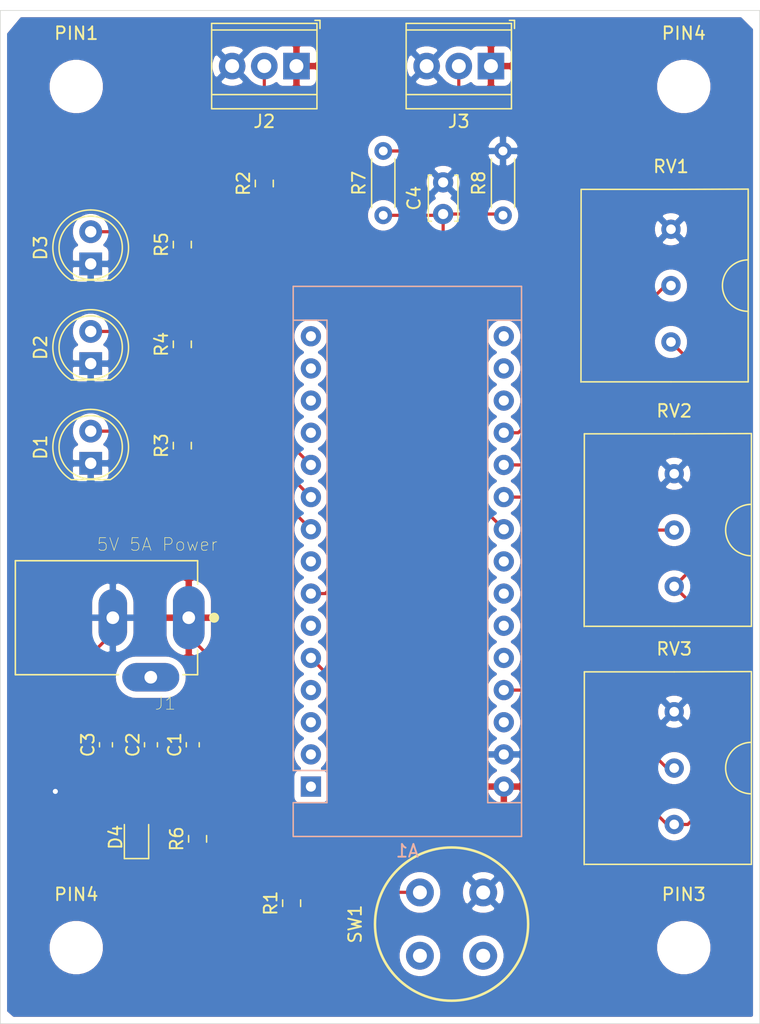
<source format=kicad_pcb>
(kicad_pcb (version 20171130) (host pcbnew "(5.1.5)-3")
  (layers (0 F.Cu signal) (31 B.Cu signal) (34 B.Paste user) (35 F.Paste user) (36 B.SilkS user) (37 F.SilkS user) (38 B.Mask user) (39 F.Mask user) (44 Edge.Cuts user))
  (net 0 "")
  (net 1 "Net-(A1-Pad1)")
  (net 2 "Net-(A1-Pad17)")
  (net 3 "Net-(A1-Pad2)")
  (net 4 "Net-(A1-Pad18)")
  (net 5 "Net-(A1-Pad3)")
  (net 6 "Net-(A1-Pad19)")
  (net 7 "Net-(A1-Pad4)")
  (net 8 "Net-(A1-Pad20)")
  (net 9 "Net-(A1-Pad5)")
  (net 10 "Net-(A1-Pad21)")
  (net 11 "Net-(A1-Pad6)")
  (net 12 "Net-(A1-Pad7)")
  (net 13 "Net-(A1-Pad23)")
  (net 14 "Net-(A1-Pad8)")
  (net 15 "Net-(A1-Pad24)")
  (net 16 "Net-(A1-Pad9)")
  (net 17 "Net-(A1-Pad25)")
  (net 18 "Net-(A1-Pad10)")
  (net 19 "Net-(A1-Pad26)")
  (net 20 "Net-(A1-Pad11)")
  (net 21 "Net-(A1-Pad27)")
  (net 22 "Net-(A1-Pad12)")
  (net 23 "Net-(A1-Pad28)")
  (net 24 "Net-(A1-Pad13)")
  (net 25 GND)
  (net 26 "Net-(A1-Pad14)")
  (net 27 VCC)
  (net 28 "Net-(A1-Pad15)")
  (net 29 "Net-(A1-Pad16)")
  (net 30 A3)
  (net 31 "Net-(D1-Pad2)")
  (net 32 "Net-(D2-Pad2)")
  (net 33 "Net-(D3-Pad2)")
  (net 34 "Net-(D4-Pad2)")
  (net 35 "Net-(J1-Pad3)")
  (net 36 /DATA_IN)
  (net 37 /SS_DATA_OUT)
  (net 38 "Net-(SW1-Pad3)")
  (net 39 "Net-(SW1-Pad4)")
  (module Resistor_THT:R_Axial_DIN0204_L3.6mm_D1.6mm_P5.08mm_Horizontal (layer F.Cu) (at 144.7165 76.173 90)
    (fp_text reference R8 (at 2.54 -1.92 90) (layer F.SilkS))
    (fp_text value 10k)
    (fp_line (start 0.62 0.92) (end 4.46 0.92) (layer F.SilkS) (width 0.12))
    (fp_line (start 0.62 -0.92) (end 4.46 -0.92) (layer F.SilkS) (width 0.12))
    (pad 2 thru_hole oval (at 5.08 0 90) (size 1.4 1.4) (drill 0.7) (layers *.Cu *.Mask) (net 25 GND))
    (pad 1 thru_hole circle (at 0 0 90) (size 1.4 1.4) (drill 0.7) (layers *.Cu *.Mask) (net 30 A3))
  )
  (module TerminalBlock_TE-Connectivity:TerminalBlock_TE_282834-3_1x03_P2.54mm_Horizontal (layer F.Cu) (at 143.764 64.389 180)
    (fp_text reference J3 (at 2.54 -4.37) (layer F.SilkS))
    (fp_text value "Sound Sensor")
    (fp_line (start -1.86 3.61) (end -1.46 3.61) (layer F.SilkS) (width 0.12))
    (fp_line (start -1.86 2.97) (end -1.86 3.61) (layer F.SilkS) (width 0.12))
    (fp_line (start 6.7 -3.37) (end 6.7 3.37) (layer F.SilkS) (width 0.12))
    (fp_line (start -1.62 -3.37) (end -1.62 3.37) (layer F.SilkS) (width 0.12))
    (fp_line (start -1.62 3.37) (end 6.7 3.37) (layer F.SilkS) (width 0.12))
    (fp_line (start -1.62 -3.37) (end 6.7 -3.37) (layer F.SilkS) (width 0.12))
    (fp_line (start -1.62 -2.25) (end 6.7 -2.25) (layer F.SilkS) (width 0.12))
    (fp_line (start -1.62 2.85) (end 6.7 2.85) (layer F.SilkS) (width 0.12))
    (pad 3 thru_hole circle (at 5.08 0 180) (size 2.1 2.1) (drill 1.1) (layers *.Cu *.Mask) (net 25 GND))
    (pad 2 thru_hole circle (at 2.54 0 180) (size 2.1 2.1) (drill 1.1) (layers *.Cu *.Mask) (net 37 /SS_DATA_OUT))
    (pad 1 thru_hole rect (at 0 0 180) (size 2.1 2.1) (drill 1.1) (layers *.Cu *.Mask) (net 27 VCC))
  )
  (module TerminalBlock_TE-Connectivity:TerminalBlock_TE_282834-3_1x03_P2.54mm_Horizontal (layer F.Cu) (at 128.397 64.389 180)
    (fp_text reference J2 (at 2.54 -4.37) (layer F.SilkS))
    (fp_text value "TO WS2812B LED STRIP")
    (fp_line (start -1.86 3.61) (end -1.46 3.61) (layer F.SilkS) (width 0.12))
    (fp_line (start -1.86 2.97) (end -1.86 3.61) (layer F.SilkS) (width 0.12))
    (fp_line (start 6.7 -3.37) (end 6.7 3.37) (layer F.SilkS) (width 0.12))
    (fp_line (start -1.62 -3.37) (end -1.62 3.37) (layer F.SilkS) (width 0.12))
    (fp_line (start -1.62 3.37) (end 6.7 3.37) (layer F.SilkS) (width 0.12))
    (fp_line (start -1.62 -3.37) (end 6.7 -3.37) (layer F.SilkS) (width 0.12))
    (fp_line (start -1.62 -2.25) (end 6.7 -2.25) (layer F.SilkS) (width 0.12))
    (fp_line (start -1.62 2.85) (end 6.7 2.85) (layer F.SilkS) (width 0.12))
    (pad 3 thru_hole circle (at 5.08 0 180) (size 2.1 2.1) (drill 1.1) (layers *.Cu *.Mask) (net 25 GND))
    (pad 2 thru_hole circle (at 2.54 0 180) (size 2.1 2.1) (drill 1.1) (layers *.Cu *.Mask) (net 36 /DATA_IN))
    (pad 1 thru_hole rect (at 0 0 180) (size 2.1 2.1) (drill 1.1) (layers *.Cu *.Mask) (net 27 VCC))
  )
  (module MountingHole:MountingHole_3.2mm_M3 (layer F.Cu) (at 159 66)
    (fp_text reference PIN4 (at 0 -4.2) (layer F.SilkS))
    (fp_text value "M3 HOLE")
    (pad 1 np_thru_hole circle (at 0 0) (size 3.2 3.2) (drill 3.2) (layers *.Cu *.Mask))
  )
  (module MountingHole:MountingHole_3.2mm_M3 (layer F.Cu) (at 159 134)
    (fp_text reference PIN3 (at 0 -4.2) (layer F.SilkS))
    (fp_text value "M3 HOLE")
    (pad 1 np_thru_hole circle (at 0 0) (size 3.2 3.2) (drill 3.2) (layers *.Cu *.Mask))
  )
  (module MountingHole:MountingHole_3.2mm_M3 (layer F.Cu) (at 111 134)
    (fp_text reference PIN4 (at 0 -4.2) (layer F.SilkS))
    (fp_text value "M3 HOLE")
    (pad 1 np_thru_hole circle (at 0 0) (size 3.2 3.2) (drill 3.2) (layers *.Cu *.Mask))
  )
  (module MountingHole:MountingHole_3.2mm_M3 (layer F.Cu) (at 111 66)
    (fp_text reference PIN1 (at 0 -4.2) (layer F.SilkS))
    (fp_text value "M3 HOLE")
    (pad 1 np_thru_hole circle (at 0 0) (size 3.2 3.2) (drill 3.2) (layers *.Cu *.Mask))
  )
  (module Resistor_THT:R_Axial_DIN0204_L3.6mm_D1.6mm_P5.08mm_Horizontal (layer F.Cu) (at 135.255 76.173 90)
    (fp_text reference R7 (at 2.54 -1.92 90) (layer F.SilkS))
    (fp_text value 100k)
    (fp_line (start 0.62 0.92) (end 4.46 0.92) (layer F.SilkS) (width 0.12))
    (fp_line (start 0.62 -0.92) (end 4.46 -0.92) (layer F.SilkS) (width 0.12))
    (pad 2 thru_hole oval (at 5.08 0 90) (size 1.4 1.4) (drill 0.7) (layers *.Cu *.Mask) (net 37 /SS_DATA_OUT))
    (pad 1 thru_hole circle (at 0 0 90) (size 1.4 1.4) (drill 0.7) (layers *.Cu *.Mask) (net 30 A3))
  )
  (module Module:Arduino_Nano (layer B.Cu) (at 129.54 121.285)
    (fp_text reference A1 (at 7.62 5.08) (layer B.SilkS) (effects (justify mirror)))
    (fp_text value Arduino_Nano_v3.x)
    (fp_line (start 1.27 -1.27) (end 1.27 1.27) (layer B.SilkS) (width 0.12))
    (fp_line (start 1.27 1.27) (end -1.4 1.27) (layer B.SilkS) (width 0.12))
    (fp_line (start -1.4 -1.27) (end -1.4 -39.5) (layer B.SilkS) (width 0.12))
    (fp_line (start -1.4 3.94) (end -1.4 1.27) (layer B.SilkS) (width 0.12))
    (fp_line (start 13.97 1.27) (end 16.64 1.27) (layer B.SilkS) (width 0.12))
    (fp_line (start 13.97 1.27) (end 13.97 -36.83) (layer B.SilkS) (width 0.12))
    (fp_line (start 13.97 -36.83) (end 16.64 -36.83) (layer B.SilkS) (width 0.12))
    (fp_line (start 1.27 -1.27) (end -1.4 -1.27) (layer B.SilkS) (width 0.12))
    (fp_line (start 1.27 -1.27) (end 1.27 -36.83) (layer B.SilkS) (width 0.12))
    (fp_line (start 1.27 -36.83) (end -1.4 -36.83) (layer B.SilkS) (width 0.12))
    (fp_line (start -1.4 -39.5) (end 16.64 -39.5) (layer B.SilkS) (width 0.12))
    (fp_line (start 16.64 -39.5) (end 16.64 3.94) (layer B.SilkS) (width 0.12))
    (fp_line (start 16.64 3.94) (end -1.4 3.94) (layer B.SilkS) (width 0.12))
    (pad 1 thru_hole rect (at 0 0) (size 1.6 1.6) (drill 0.8) (layers *.Cu *.Mask) (net 1 "Net-(A1-Pad1)"))
    (pad 17 thru_hole oval (at 15.24 -33.02) (size 1.6 1.6) (drill 0.8) (layers *.Cu *.Mask) (net 2 "Net-(A1-Pad17)"))
    (pad 2 thru_hole oval (at 0 -2.54) (size 1.6 1.6) (drill 0.8) (layers *.Cu *.Mask) (net 3 "Net-(A1-Pad2)"))
    (pad 18 thru_hole oval (at 15.24 -30.48) (size 1.6 1.6) (drill 0.8) (layers *.Cu *.Mask) (net 4 "Net-(A1-Pad18)"))
    (pad 3 thru_hole oval (at 0 -5.08) (size 1.6 1.6) (drill 0.8) (layers *.Cu *.Mask) (net 5 "Net-(A1-Pad3)"))
    (pad 19 thru_hole oval (at 15.24 -27.94) (size 1.6 1.6) (drill 0.8) (layers *.Cu *.Mask) (net 6 "Net-(A1-Pad19)"))
    (pad 4 thru_hole oval (at 0 -7.62) (size 1.6 1.6) (drill 0.8) (layers *.Cu *.Mask) (net 7 "Net-(A1-Pad4)"))
    (pad 20 thru_hole oval (at 15.24 -25.4) (size 1.6 1.6) (drill 0.8) (layers *.Cu *.Mask) (net 8 "Net-(A1-Pad20)"))
    (pad 5 thru_hole oval (at 0 -10.16) (size 1.6 1.6) (drill 0.8) (layers *.Cu *.Mask) (net 9 "Net-(A1-Pad5)"))
    (pad 21 thru_hole oval (at 15.24 -22.86) (size 1.6 1.6) (drill 0.8) (layers *.Cu *.Mask) (net 10 "Net-(A1-Pad21)"))
    (pad 6 thru_hole oval (at 0 -12.7) (size 1.6 1.6) (drill 0.8) (layers *.Cu *.Mask) (net 11 "Net-(A1-Pad6)"))
    (pad 22 thru_hole oval (at 15.24 -20.32) (size 1.6 1.6) (drill 0.8) (layers *.Cu *.Mask) (net 30 A3))
    (pad 7 thru_hole oval (at 0 -15.24) (size 1.6 1.6) (drill 0.8) (layers *.Cu *.Mask) (net 12 "Net-(A1-Pad7)"))
    (pad 23 thru_hole oval (at 15.24 -17.78) (size 1.6 1.6) (drill 0.8) (layers *.Cu *.Mask) (net 13 "Net-(A1-Pad23)"))
    (pad 8 thru_hole oval (at 0 -17.78) (size 1.6 1.6) (drill 0.8) (layers *.Cu *.Mask) (net 14 "Net-(A1-Pad8)"))
    (pad 24 thru_hole oval (at 15.24 -15.24) (size 1.6 1.6) (drill 0.8) (layers *.Cu *.Mask) (net 15 "Net-(A1-Pad24)"))
    (pad 9 thru_hole oval (at 0 -20.32) (size 1.6 1.6) (drill 0.8) (layers *.Cu *.Mask) (net 16 "Net-(A1-Pad9)"))
    (pad 25 thru_hole oval (at 15.24 -12.7) (size 1.6 1.6) (drill 0.8) (layers *.Cu *.Mask) (net 17 "Net-(A1-Pad25)"))
    (pad 10 thru_hole oval (at 0 -22.86) (size 1.6 1.6) (drill 0.8) (layers *.Cu *.Mask) (net 18 "Net-(A1-Pad10)"))
    (pad 26 thru_hole oval (at 15.24 -10.16) (size 1.6 1.6) (drill 0.8) (layers *.Cu *.Mask) (net 19 "Net-(A1-Pad26)"))
    (pad 11 thru_hole oval (at 0 -25.4) (size 1.6 1.6) (drill 0.8) (layers *.Cu *.Mask) (net 20 "Net-(A1-Pad11)"))
    (pad 27 thru_hole oval (at 15.24 -7.62) (size 1.6 1.6) (drill 0.8) (layers *.Cu *.Mask) (net 21 "Net-(A1-Pad27)"))
    (pad 12 thru_hole oval (at 0 -27.94) (size 1.6 1.6) (drill 0.8) (layers *.Cu *.Mask) (net 22 "Net-(A1-Pad12)"))
    (pad 28 thru_hole oval (at 15.24 -5.08) (size 1.6 1.6) (drill 0.8) (layers *.Cu *.Mask) (net 23 "Net-(A1-Pad28)"))
    (pad 13 thru_hole oval (at 0 -30.48) (size 1.6 1.6) (drill 0.8) (layers *.Cu *.Mask) (net 24 "Net-(A1-Pad13)"))
    (pad 29 thru_hole oval (at 15.24 -2.54) (size 1.6 1.6) (drill 0.8) (layers *.Cu *.Mask) (net 25 GND))
    (pad 14 thru_hole oval (at 0 -33.02) (size 1.6 1.6) (drill 0.8) (layers *.Cu *.Mask) (net 26 "Net-(A1-Pad14)"))
    (pad 30 thru_hole oval (at 15.24 0) (size 1.6 1.6) (drill 0.8) (layers *.Cu *.Mask) (net 27 VCC))
    (pad 15 thru_hole oval (at 0 -35.56) (size 1.6 1.6) (drill 0.8) (layers *.Cu *.Mask) (net 28 "Net-(A1-Pad15)"))
    (pad 16 thru_hole oval (at 15.24 -35.56) (size 1.6 1.6) (drill 0.8) (layers *.Cu *.Mask) (net 29 "Net-(A1-Pad16)"))
  )
  (module Capacitor_SMD:C_0603_1608Metric (layer F.Cu) (at 120.2055 117.983 90)
    (fp_text reference C1 (at 0 -1.43 90) (layer F.SilkS))
    (fp_text value 0.1uF)
    (fp_line (start -0.162779 0.51) (end 0.162779 0.51) (layer F.SilkS) (width 0.12))
    (fp_line (start -0.162779 -0.51) (end 0.162779 -0.51) (layer F.SilkS) (width 0.12))
    (pad 2 smd roundrect (at 0.7875 0 90) (size 0.875 0.95) (layers F.Cu F.Paste F.Mask) (net 25 GND))
    (pad 1 smd roundrect (at -0.7875 0 90) (size 0.875 0.95) (layers F.Cu F.Paste F.Mask) (net 27 VCC))
  )
  (module Capacitor_SMD:C_0603_1608Metric (layer F.Cu) (at 116.9035 117.983 90)
    (fp_text reference C2 (at 0 -1.43 90) (layer F.SilkS))
    (fp_text value 0.1uF)
    (fp_line (start -0.162779 0.51) (end 0.162779 0.51) (layer F.SilkS) (width 0.12))
    (fp_line (start -0.162779 -0.51) (end 0.162779 -0.51) (layer F.SilkS) (width 0.12))
    (pad 2 smd roundrect (at 0.7875 0 90) (size 0.875 0.95) (layers F.Cu F.Paste F.Mask) (net 25 GND))
    (pad 1 smd roundrect (at -0.7875 0 90) (size 0.875 0.95) (layers F.Cu F.Paste F.Mask) (net 27 VCC))
  )
  (module Capacitor_SMD:C_0603_1608Metric (layer F.Cu) (at 113.3475 117.983 90)
    (fp_text reference C3 (at 0 -1.43 90) (layer F.SilkS))
    (fp_text value 0.1uF)
    (fp_line (start -0.162779 -0.51) (end 0.162779 -0.51) (layer F.SilkS) (width 0.12))
    (fp_line (start -0.162779 0.51) (end 0.162779 0.51) (layer F.SilkS) (width 0.12))
    (pad 1 smd roundrect (at -0.7875 0 90) (size 0.875 0.95) (layers F.Cu F.Paste F.Mask) (net 27 VCC))
    (pad 2 smd roundrect (at 0.7875 0 90) (size 0.875 0.95) (layers F.Cu F.Paste F.Mask) (net 25 GND))
  )
  (module Capacitor_THT:C_Disc_D3.4mm_W2.1mm_P2.50mm (layer F.Cu) (at 139.98575 76.073 90)
    (fp_text reference C4 (at 1.25 -2.3 90) (layer F.SilkS))
    (fp_text value 0.1uF)
    (fp_line (start -0.57 -1.17) (end 3.07 -1.17) (layer F.SilkS) (width 0.12))
    (fp_line (start -0.57 1.17) (end 3.07 1.17) (layer F.SilkS) (width 0.12))
    (fp_line (start -0.57 -1.17) (end -0.57 -0.925) (layer F.SilkS) (width 0.12))
    (fp_line (start -0.57 0.925) (end -0.57 1.17) (layer F.SilkS) (width 0.12))
    (fp_line (start 3.07 -1.17) (end 3.07 -0.925) (layer F.SilkS) (width 0.12))
    (fp_line (start 3.07 0.925) (end 3.07 1.17) (layer F.SilkS) (width 0.12))
    (pad 1 thru_hole circle (at 0 0 90) (size 1.6 1.6) (drill 0.8) (layers *.Cu *.Mask) (net 30 A3))
    (pad 2 thru_hole circle (at 2.5 0 90) (size 1.6 1.6) (drill 0.8) (layers *.Cu *.Mask) (net 25 GND))
  )
  (module LED_THT:LED_D5.0mm (layer F.Cu) (at 112.141 95.758 90)
    (fp_text reference D1 (at 1.27 -3.96 90) (layer F.SilkS))
    (fp_text value "BLUE LED")
    (fp_arc (start 1.27 0) (end -1.29 -1.54483) (angle 148.9) (layer F.SilkS) (width 0.12))
    (fp_arc (start 1.27 0) (end -1.29 1.54483) (angle -148.9) (layer F.SilkS) (width 0.12))
    (fp_circle (center 1.27 0) (end 3.77 0) (layer F.SilkS) (width 0.12))
    (fp_line (start -1.29 -1.545) (end -1.29 1.545) (layer F.SilkS) (width 0.12))
    (pad 1 thru_hole rect (at 0 0 90) (size 1.8 1.8) (drill 0.9) (layers *.Cu *.Mask) (net 25 GND))
    (pad 2 thru_hole circle (at 2.54 0 90) (size 1.8 1.8) (drill 0.9) (layers *.Cu *.Mask) (net 31 "Net-(D1-Pad2)"))
  )
  (module LED_THT:LED_D5.0mm (layer F.Cu) (at 112.141 87.884 90)
    (fp_text reference D2 (at 1.27 -3.96 90) (layer F.SilkS))
    (fp_text value "RED LED")
    (fp_line (start -1.29 -1.545) (end -1.29 1.545) (layer F.SilkS) (width 0.12))
    (fp_circle (center 1.27 0) (end 3.77 0) (layer F.SilkS) (width 0.12))
    (fp_arc (start 1.27 0) (end -1.29 1.54483) (angle -148.9) (layer F.SilkS) (width 0.12))
    (fp_arc (start 1.27 0) (end -1.29 -1.54483) (angle 148.9) (layer F.SilkS) (width 0.12))
    (pad 2 thru_hole circle (at 2.54 0 90) (size 1.8 1.8) (drill 0.9) (layers *.Cu *.Mask) (net 32 "Net-(D2-Pad2)"))
    (pad 1 thru_hole rect (at 0 0 90) (size 1.8 1.8) (drill 0.9) (layers *.Cu *.Mask) (net 25 GND))
  )
  (module LED_THT:LED_D5.0mm (layer F.Cu) (at 112.141 80.01 90)
    (fp_text reference D3 (at 1.27 -3.96 90) (layer F.SilkS))
    (fp_text value "WHITE LED")
    (fp_arc (start 1.27 0) (end -1.29 -1.54483) (angle 148.9) (layer F.SilkS) (width 0.12))
    (fp_arc (start 1.27 0) (end -1.29 1.54483) (angle -148.9) (layer F.SilkS) (width 0.12))
    (fp_circle (center 1.27 0) (end 3.77 0) (layer F.SilkS) (width 0.12))
    (fp_line (start -1.29 -1.545) (end -1.29 1.545) (layer F.SilkS) (width 0.12))
    (pad 1 thru_hole rect (at 0 0 90) (size 1.8 1.8) (drill 0.9) (layers *.Cu *.Mask) (net 25 GND))
    (pad 2 thru_hole circle (at 2.54 0 90) (size 1.8 1.8) (drill 0.9) (layers *.Cu *.Mask) (net 33 "Net-(D3-Pad2)"))
  )
  (module LED_SMD:LED_0805_2012Metric (layer F.Cu) (at 115.7605 125.2855 90)
    (fp_text reference D4 (at 0 -1.65 90) (layer F.SilkS))
    (fp_text value "GREEN LED")
    (fp_line (start 1 -0.96) (end -1.685 -0.96) (layer F.SilkS) (width 0.12))
    (fp_line (start -1.685 -0.96) (end -1.685 0.96) (layer F.SilkS) (width 0.12))
    (fp_line (start -1.685 0.96) (end 1 0.96) (layer F.SilkS) (width 0.12))
    (pad 1 smd roundrect (at -0.9375 0 90) (size 0.975 1.4) (layers F.Cu F.Paste F.Mask) (net 25 GND))
    (pad 2 smd roundrect (at 0.9375 0 90) (size 0.975 1.4) (layers F.Cu F.Paste F.Mask) (net 34 "Net-(D4-Pad2)"))
  )
  (module PJ-002AH:CUI_PJ-002AH (layer F.Cu) (at 119.888 107.95 180)
    (fp_text reference J1 (at 1.85009 -6.76532) (layer F.SilkS) (effects (font (size 1.00005 1.00005) (thickness 0.05))))
    (fp_text value "5V 5A Power" (at 2.48828 5.78266) (layer F.SilkS) (effects (font (size 1.00132 1.00132) (thickness 0.05))))
    (fp_line (start 0.5 1.75) (end -0.5 1.75) (layer Edge.Cuts) (width 0.0001))
    (fp_line (start -0.5 1.75) (end -0.5 -1.75) (layer Edge.Cuts) (width 0.0001))
    (fp_line (start -0.5 -1.75) (end 0.5 -1.75) (layer Edge.Cuts) (width 0.0001))
    (fp_line (start 0.5 -1.75) (end 0.5 1.75) (layer Edge.Cuts) (width 0.0001))
    (fp_line (start 6.5 1.5) (end 5.5 1.5) (layer Edge.Cuts) (width 0.0001))
    (fp_line (start 5.5 1.5) (end 5.5 -1.5) (layer Edge.Cuts) (width 0.0001))
    (fp_line (start 5.5 -1.5) (end 6.5 -1.5) (layer Edge.Cuts) (width 0.0001))
    (fp_line (start 6.5 -1.5) (end 6.5 1.5) (layer Edge.Cuts) (width 0.0001))
    (fp_line (start 1.5 -4.2) (end 1.5 -5.2) (layer Edge.Cuts) (width 0.0001))
    (fp_line (start 1.5 -5.2) (end 4.5 -5.2) (layer Edge.Cuts) (width 0.0001))
    (fp_line (start 4.5 -5.2) (end 4.5 -4.2) (layer Edge.Cuts) (width 0.0001))
    (fp_line (start 4.5 -4.2) (end 1.5 -4.2) (layer Edge.Cuts) (width 0.0001))
    (fp_line (start 13.7 -4.5) (end 13.7 4.5) (layer F.SilkS) (width 0.127))
    (fp_line (start 13.7 4.5) (end -0.7 4.5) (layer F.SilkS) (width 0.127))
    (fp_line (start -0.7 -4.5) (end 0.45 -4.5) (layer F.SilkS) (width 0.127))
    (fp_line (start -0.7 4.5) (end -0.7 2.65) (layer F.SilkS) (width 0.127))
    (fp_line (start 5.55 -4.5) (end 13.7 -4.5) (layer F.SilkS) (width 0.127))
    (fp_line (start -0.7 -2.55) (end -0.7 -4.5) (layer F.SilkS) (width 0.127))
    (fp_circle (center -2 0) (end -1.8 0) (layer F.SilkS) (width 0.4))
    (pad 1 thru_hole oval (at 0 0 270) (size 5 2.5) (drill 1) (layers *.Cu *.Mask) (net 27 VCC))
    (pad 2 thru_hole oval (at 6 0 270) (size 4.5 2.25) (drill 1) (layers *.Cu *.Mask) (net 25 GND))
    (pad 3 thru_hole oval (at 3 -4.7) (size 4.5 2.25) (drill 1) (layers *.Cu *.Mask) (net 35 "Net-(J1-Pad3)"))
  )
  (module Resistor_SMD:R_0805_2012Metric (layer F.Cu) (at 128.016 130.4925 90)
    (fp_text reference R1 (at 0 -1.65 90) (layer F.SilkS))
    (fp_text value 10k)
    (fp_line (start -0.258578 -0.71) (end 0.258578 -0.71) (layer F.SilkS) (width 0.12))
    (fp_line (start -0.258578 0.71) (end 0.258578 0.71) (layer F.SilkS) (width 0.12))
    (pad 1 smd roundrect (at -0.9375 0 90) (size 0.975 1.4) (layers F.Cu F.Paste F.Mask) (net 27 VCC))
    (pad 2 smd roundrect (at 0.9375 0 90) (size 0.975 1.4) (layers F.Cu F.Paste F.Mask) (net 9 "Net-(A1-Pad5)"))
  )
  (module Resistor_SMD:R_0805_2012Metric (layer F.Cu) (at 125.857 73.66 90)
    (fp_text reference R2 (at 0 -1.65 90) (layer F.SilkS))
    (fp_text value 330)
    (fp_line (start -0.258578 0.71) (end 0.258578 0.71) (layer F.SilkS) (width 0.12))
    (fp_line (start -0.258578 -0.71) (end 0.258578 -0.71) (layer F.SilkS) (width 0.12))
    (pad 2 smd roundrect (at 0.9375 0 90) (size 0.975 1.4) (layers F.Cu F.Paste F.Mask) (net 36 /DATA_IN))
    (pad 1 smd roundrect (at -0.9375 0 90) (size 0.975 1.4) (layers F.Cu F.Paste F.Mask) (net 12 "Net-(A1-Pad7)"))
  )
  (module Resistor_SMD:R_0805_2012Metric (layer F.Cu) (at 119.38 94.361 90)
    (fp_text reference R3 (at 0 -1.65 90) (layer F.SilkS))
    (fp_text value 330)
    (fp_line (start -0.258578 0.71) (end 0.258578 0.71) (layer F.SilkS) (width 0.12))
    (fp_line (start -0.258578 -0.71) (end 0.258578 -0.71) (layer F.SilkS) (width 0.12))
    (pad 2 smd roundrect (at 0.9375 0 90) (size 0.975 1.4) (layers F.Cu F.Paste F.Mask) (net 31 "Net-(D1-Pad2)"))
    (pad 1 smd roundrect (at -0.9375 0 90) (size 0.975 1.4) (layers F.Cu F.Paste F.Mask) (net 16 "Net-(A1-Pad9)"))
  )
  (module Resistor_SMD:R_0805_2012Metric (layer F.Cu) (at 119.38 86.36 90)
    (fp_text reference R4 (at 0 -1.65 90) (layer F.SilkS))
    (fp_text value 330)
    (fp_line (start -0.258578 0.71) (end 0.258578 0.71) (layer F.SilkS) (width 0.12))
    (fp_line (start -0.258578 -0.71) (end 0.258578 -0.71) (layer F.SilkS) (width 0.12))
    (pad 2 smd roundrect (at 0.9375 0 90) (size 0.975 1.4) (layers F.Cu F.Paste F.Mask) (net 32 "Net-(D2-Pad2)"))
    (pad 1 smd roundrect (at -0.9375 0 90) (size 0.975 1.4) (layers F.Cu F.Paste F.Mask) (net 18 "Net-(A1-Pad10)"))
  )
  (module Resistor_SMD:R_0805_2012Metric (layer F.Cu) (at 119.38 78.486 90)
    (fp_text reference R5 (at 0 -1.65 90) (layer F.SilkS))
    (fp_text value 330)
    (fp_line (start -0.258578 -0.71) (end 0.258578 -0.71) (layer F.SilkS) (width 0.12))
    (fp_line (start -0.258578 0.71) (end 0.258578 0.71) (layer F.SilkS) (width 0.12))
    (pad 1 smd roundrect (at -0.9375 0 90) (size 0.975 1.4) (layers F.Cu F.Paste F.Mask) (net 20 "Net-(A1-Pad11)"))
    (pad 2 smd roundrect (at 0.9375 0 90) (size 0.975 1.4) (layers F.Cu F.Paste F.Mask) (net 33 "Net-(D3-Pad2)"))
  )
  (module Resistor_SMD:R_0805_2012Metric (layer F.Cu) (at 120.5865 125.4125 90)
    (fp_text reference R6 (at 0 -1.65 90) (layer F.SilkS))
    (fp_text value 200)
    (fp_line (start -0.258578 -0.71) (end 0.258578 -0.71) (layer F.SilkS) (width 0.12))
    (fp_line (start -0.258578 0.71) (end 0.258578 0.71) (layer F.SilkS) (width 0.12))
    (pad 1 smd roundrect (at -0.9375 0 90) (size 0.975 1.4) (layers F.Cu F.Paste F.Mask) (net 27 VCC))
    (pad 2 smd roundrect (at 0.9375 0 90) (size 0.975 1.4) (layers F.Cu F.Paste F.Mask) (net 34 "Net-(D4-Pad2)"))
  )
  (module "Custom Footprint:Potentiometer_4mm_Pitch" (layer F.Cu) (at 157.988 81.7245)
    (fp_text reference RV1 (at 0 -9.406) (layer F.SilkS))
    (fp_text value 100k)
    (fp_arc (start 6.096 0) (end 6.096 -2.032) (angle -180) (layer F.SilkS) (width 0.12))
    (fp_line (start 6.1 -7.62) (end 6.1 7.6) (layer F.SilkS) (width 0.12))
    (fp_line (start 0 7.6) (end 6.1 7.6) (layer F.SilkS) (width 0.12))
    (fp_line (start 0 -7.6) (end 6.1 -7.62) (layer F.SilkS) (width 0.12))
    (fp_line (start -7.1 -7.6) (end -7.112 7.62) (layer F.SilkS) (width 0.12))
    (fp_line (start 0 7.6) (end -7 7.6) (layer F.SilkS) (width 0.12))
    (fp_line (start 0 -7.6) (end -7.1 -7.6) (layer F.SilkS) (width 0.12))
    (pad 3 thru_hole circle (at 0 4.45) (size 1.524 1.524) (drill 0.762) (layers *.Cu *.Mask) (net 21 "Net-(A1-Pad27)"))
    (pad 2 thru_hole circle (at 0 0) (size 1.524 1.524) (drill 0.762) (layers *.Cu *.Mask) (net 6 "Net-(A1-Pad19)"))
    (pad 1 thru_hole circle (at 0 -4.45) (size 1.524 1.524) (drill 0.762) (layers *.Cu *.Mask) (net 25 GND))
  )
  (module "Custom Footprint:Potentiometer_4mm_Pitch" (layer F.Cu) (at 158.242 101.0285)
    (fp_text reference RV2 (at 0 -9.406) (layer F.SilkS))
    (fp_text value 100k)
    (fp_line (start 0 -7.6) (end -7.1 -7.6) (layer F.SilkS) (width 0.12))
    (fp_line (start 0 7.6) (end -7 7.6) (layer F.SilkS) (width 0.12))
    (fp_line (start -7.1 -7.6) (end -7.112 7.62) (layer F.SilkS) (width 0.12))
    (fp_line (start 0 -7.6) (end 6.1 -7.62) (layer F.SilkS) (width 0.12))
    (fp_line (start 0 7.6) (end 6.1 7.6) (layer F.SilkS) (width 0.12))
    (fp_line (start 6.1 -7.62) (end 6.1 7.6) (layer F.SilkS) (width 0.12))
    (fp_arc (start 6.096 0) (end 6.096 -2.032) (angle -180) (layer F.SilkS) (width 0.12))
    (pad 1 thru_hole circle (at 0 -4.45) (size 1.524 1.524) (drill 0.762) (layers *.Cu *.Mask) (net 25 GND))
    (pad 2 thru_hole circle (at 0 0) (size 1.524 1.524) (drill 0.762) (layers *.Cu *.Mask) (net 8 "Net-(A1-Pad20)"))
    (pad 3 thru_hole circle (at 0 4.45) (size 1.524 1.524) (drill 0.762) (layers *.Cu *.Mask) (net 21 "Net-(A1-Pad27)"))
  )
  (module "Custom Footprint:Potentiometer_4mm_Pitch" (layer F.Cu) (at 158.242 119.8245)
    (fp_text reference RV3 (at 0 -9.406) (layer F.SilkS))
    (fp_text value 100k)
    (fp_line (start 0 -7.6) (end -7.1 -7.6) (layer F.SilkS) (width 0.12))
    (fp_line (start 0 7.6) (end -7 7.6) (layer F.SilkS) (width 0.12))
    (fp_line (start -7.1 -7.6) (end -7.112 7.62) (layer F.SilkS) (width 0.12))
    (fp_line (start 0 -7.6) (end 6.1 -7.62) (layer F.SilkS) (width 0.12))
    (fp_line (start 0 7.6) (end 6.1 7.6) (layer F.SilkS) (width 0.12))
    (fp_line (start 6.1 -7.62) (end 6.1 7.6) (layer F.SilkS) (width 0.12))
    (fp_arc (start 6.096 0) (end 6.096 -2.032) (angle -180) (layer F.SilkS) (width 0.12))
    (pad 1 thru_hole circle (at 0 -4.45) (size 1.524 1.524) (drill 0.762) (layers *.Cu *.Mask) (net 25 GND))
    (pad 2 thru_hole circle (at 0 0) (size 1.524 1.524) (drill 0.762) (layers *.Cu *.Mask) (net 10 "Net-(A1-Pad21)"))
    (pad 3 thru_hole circle (at 0 4.45) (size 1.524 1.524) (drill 0.762) (layers *.Cu *.Mask) (net 21 "Net-(A1-Pad27)"))
  )
  (module "Custom Footprint:Push_Button_Switch" (layer F.Cu) (at 140.6525 132.1435 270)
    (fp_text reference SW1 (at 0 7.62 90) (layer F.SilkS))
    (fp_text value SW_Push_Dual)
    (fp_circle (center 0 0) (end 6.05 0) (layer F.SilkS) (width 0.2))
    (pad 1 thru_hole circle (at -2.5 -2.5 270) (size 2.2 2.2) (drill 1.1) (layers *.Cu *.Mask) (net 25 GND))
    (pad 2 thru_hole circle (at -2.5 2.5 270) (size 2.2 2.2) (drill 1.1) (layers *.Cu *.Mask) (net 9 "Net-(A1-Pad5)"))
    (pad 3 thru_hole circle (at 2.5 -2.5 270) (size 2.2 2.2) (drill 1.1) (layers *.Cu *.Mask) (net 38 "Net-(SW1-Pad3)"))
    (pad 4 thru_hole circle (at 2.5 2.5 270) (size 2.2 2.2) (drill 1.1) (layers *.Cu *.Mask) (net 39 "Net-(SW1-Pad4)"))
  )
  (gr_line (start 105 60) (end 105 140) (layer Edge.Cuts) (width 0.05))
  (gr_line (start 165 60) (end 105 60) (layer Edge.Cuts) (width 0.05))
  (gr_line (start 165 140) (end 105 140) (layer Edge.Cuts) (width 0.05))
  (gr_line (start 165 60) (end 165 140) (layer Edge.Cuts) (width 0.05))
  (segment (start 145.923 93.345) (end 144.78 93.345) (width 0.25) (layer F.Cu) (net 6))
  (segment (start 157.48 81.788) (end 145.923 93.345) (width 0.25) (layer F.Cu) (net 6))
  (segment (start 145.91137 95.885) (end 144.78 95.885) (width 0.25) (layer F.Cu) (net 8))
  (segment (start 151.44937 95.885) (end 145.91137 95.885) (width 0.25) (layer F.Cu) (net 8))
  (segment (start 158.242 101.0285) (end 156.59287 101.0285) (width 0.25) (layer F.Cu) (net 8))
  (segment (start 156.59287 101.0285) (end 151.44937 95.885) (width 0.25) (layer F.Cu) (net 8))
  (segment (start 128.1045 129.6435) (end 128.016 129.555) (width 0.25) (layer F.Cu) (net 9))
  (segment (start 132.7785 114.3635) (end 132.7785 129.6035) (width 0.25) (layer F.Cu) (net 9))
  (segment (start 129.54 111.125) (end 132.7785 114.3635) (width 0.25) (layer F.Cu) (net 9))
  (segment (start 138.1525 129.6435) (end 132.7785 129.6035) (width 0.25) (layer F.Cu) (net 9))
  (segment (start 132.7785 129.6035) (end 128.1045 129.6435) (width 0.25) (layer F.Cu) (net 9))
  (segment (start 149.225 100.203) (end 147.447 98.425) (width 0.25) (layer F.Cu) (net 10))
  (segment (start 147.447 98.425) (end 144.78 98.425) (width 0.25) (layer F.Cu) (net 10))
  (segment (start 157.734 119.888) (end 149.225 111.379) (width 0.25) (layer F.Cu) (net 10))
  (segment (start 149.225 111.379) (end 149.225 100.203) (width 0.25) (layer F.Cu) (net 10))
  (segment (start 133.985 82.7255) (end 125.857 74.5975) (width 0.25) (layer F.Cu) (net 12))
  (segment (start 133.985 102.73137) (end 133.985 82.7255) (width 0.25) (layer F.Cu) (net 12))
  (segment (start 130.67137 106.045) (end 133.985 102.73137) (width 0.25) (layer F.Cu) (net 12))
  (segment (start 129.54 106.045) (end 130.67137 106.045) (width 0.25) (layer F.Cu) (net 12))
  (segment (start 123.8735 95.2985) (end 129.54 100.965) (width 0.25) (layer F.Cu) (net 16))
  (segment (start 119.38 95.2985) (end 123.8735 95.2985) (width 0.25) (layer F.Cu) (net 16))
  (segment (start 119.38 88.265) (end 129.54 98.425) (width 0.25) (layer F.Cu) (net 18))
  (segment (start 119.38 87.2975) (end 119.38 88.265) (width 0.25) (layer F.Cu) (net 18))
  (segment (start 119.38 79.4235) (end 122.936 82.9795) (width 0.25) (layer F.Cu) (net 20))
  (segment (start 122.936 89.281) (end 129.54 95.885) (width 0.25) (layer F.Cu) (net 20))
  (segment (start 122.936 82.9795) (end 122.936 89.281) (width 0.25) (layer F.Cu) (net 20))
  (segment (start 147.061 113.665) (end 144.78 113.665) (width 0.25) (layer F.Cu) (net 21))
  (segment (start 157.734 124.338) (end 147.061 113.665) (width 0.25) (layer F.Cu) (net 21))
  (segment (start 159.31963 124.2745) (end 161.544 122.05013) (width 0.25) (layer F.Cu) (net 21))
  (segment (start 158.242 124.2745) (end 159.31963 124.2745) (width 0.25) (layer F.Cu) (net 21))
  (segment (start 161.544 108.7805) (end 158.242 105.4785) (width 0.25) (layer F.Cu) (net 21))
  (segment (start 161.544 122.05013) (end 161.544 108.7805) (width 0.25) (layer F.Cu) (net 21))
  (segment (start 159.003999 104.716501) (end 159.003999 104.711501) (width 0.25) (layer F.Cu) (net 21))
  (segment (start 158.242 105.4785) (end 159.003999 104.716501) (width 0.25) (layer F.Cu) (net 21))
  (segment (start 159.003999 104.711501) (end 161.544 102.1715) (width 0.25) (layer F.Cu) (net 21))
  (segment (start 161.544 89.7305) (end 157.988 86.1745) (width 0.25) (layer F.Cu) (net 21))
  (segment (start 161.544 102.1715) (end 161.544 89.7305) (width 0.25) (layer F.Cu) (net 21))
  (segment (start 113.8225 117.1955) (end 116.9035 117.1955) (width 0.25) (layer F.Cu) (net 25))
  (segment (start 113.3475 117.1955) (end 113.8225 117.1955) (width 0.25) (layer F.Cu) (net 25))
  (segment (start 116.9035 117.1955) (end 120.2055 117.1955) (width 0.25) (layer F.Cu) (net 25))
  (segment (start 115.7605 126.223) (end 111.8085 126.223) (width 0.25) (layer F.Cu) (net 25))
  (segment (start 111.8085 126.223) (end 109.347 123.7615) (width 0.25) (layer F.Cu) (net 25))
  (segment (start 109.347 123.7615) (end 109.347 121.666) (width 0.25) (layer F.Cu) (net 25))
  (segment (start 111.849 117.1955) (end 113.3475 117.1955) (width 0.25) (layer F.Cu) (net 25))
  (segment (start 109.347 119.6975) (end 111.849 117.1955) (width 0.25) (layer F.Cu) (net 25))
  (segment (start 109.347 121.666) (end 109.347 119.6975) (width 0.25) (layer F.Cu) (net 25))
  (via (at 109.347 121.666) (size 0.8) (drill 0.4) (layers F.Cu B.Cu) (net 25))
  (segment (start 113.3475 116.758) (end 112.014 115.4245) (width 0.25) (layer F.Cu) (net 25))
  (segment (start 113.3475 117.1955) (end 113.3475 116.758) (width 0.25) (layer F.Cu) (net 25))
  (segment (start 112.014 111.014416) (end 113.253356 109.77506) (width 0.25) (layer F.Cu) (net 25))
  (segment (start 112.014 115.4245) (end 112.014 111.014416) (width 0.25) (layer F.Cu) (net 25))
  (segment (start 119.888 109.0295) (end 119.71306 109.20444) (width 0.25) (layer F.Cu) (net 27))
  (segment (start 119.888 107.95) (end 119.888 109.0295) (width 0.25) (layer F.Cu) (net 27))
  (segment (start 120.2055 118.7705) (end 122.339 118.7705) (width 0.25) (layer F.Cu) (net 27))
  (segment (start 122.339 118.7705) (end 123.571 117.5385) (width 0.25) (layer F.Cu) (net 27))
  (segment (start 123.571 113.073416) (end 120.522644 110.02506) (width 0.25) (layer F.Cu) (net 27))
  (segment (start 123.571 117.5385) (end 123.571 113.073416) (width 0.25) (layer F.Cu) (net 27))
  (segment (start 139.88575 76.173) (end 139.98575 76.073) (width 0.25) (layer F.Cu) (net 30))
  (segment (start 135.255 76.173) (end 139.88575 76.173) (width 0.25) (layer F.Cu) (net 30))
  (segment (start 144.6165 76.073) (end 144.7165 76.173) (width 0.25) (layer F.Cu) (net 30))
  (segment (start 139.98575 76.073) (end 144.6165 76.073) (width 0.25) (layer F.Cu) (net 30))
  (segment (start 139.98575 96.17075) (end 144.78 100.965) (width 0.25) (layer F.Cu) (net 30))
  (segment (start 139.98575 76.073) (end 139.98575 96.17075) (width 0.25) (layer F.Cu) (net 30))
  (segment (start 119.253 93.1695) (end 119.507 93.4235) (width 0.25) (layer F.Cu) (net 31))
  (segment (start 119.1745 93.218) (end 119.38 93.4235) (width 0.25) (layer F.Cu) (net 31))
  (segment (start 112.141 93.218) (end 119.1745 93.218) (width 0.25) (layer F.Cu) (net 31))
  (segment (start 119.3015 85.344) (end 119.38 85.4225) (width 0.25) (layer F.Cu) (net 32))
  (segment (start 112.141 85.344) (end 119.3015 85.344) (width 0.25) (layer F.Cu) (net 32))
  (segment (start 119.3015 77.47) (end 119.38 77.5485) (width 0.25) (layer F.Cu) (net 33))
  (segment (start 112.141 77.47) (end 119.3015 77.47) (width 0.25) (layer F.Cu) (net 33))
  (segment (start 115.8875 124.475) (end 115.7605 124.348) (width 0.25) (layer F.Cu) (net 34))
  (segment (start 120.5865 124.475) (end 115.8875 124.475) (width 0.25) (layer F.Cu) (net 34))
  (segment (start 125.857 72.235) (end 125.857 64.389) (width 0.25) (layer F.Cu) (net 36))
  (segment (start 125.857 72.7225) (end 125.857 72.235) (width 0.25) (layer F.Cu) (net 36))
  (segment (start 141.224 66.9925) (end 141.224 64.389) (width 0.25) (layer F.Cu) (net 37))
  (segment (start 137.1235 71.093) (end 141.224 66.9925) (width 0.25) (layer F.Cu) (net 37))
  (segment (start 135.255 71.093) (end 137.1235 71.093) (width 0.25) (layer F.Cu) (net 37))
  (zone (net 27) (net_name VCC) (layer F.Cu) (connect_pads (clearance 0.508)) (min_thickness 0.254) (fill yes (arc_segments 32) (thermal_gap 0.508) (thermal_bridge_width 0.508))
    (polygon (pts (xy 164.592 61.595) (xy 164.719 139.192) (xy 164.084 139.7) (xy 106.299 139.7) (xy 105.283 138.811) (xy 105.41 61.976) (xy 106.68 60.452) (xy 163.449 60.452)))
  )
  (zone (net 25) (net_name GND) (layer B.Cu) (connect_pads (clearance 0.508)) (min_thickness 0.254) (fill yes (arc_segments 32) (thermal_gap 0.508) (thermal_bridge_width 0.508))
    (polygon (pts (xy 164.592 61.595) (xy 164.719 139.192) (xy 164.084 139.7) (xy 106.299 139.7) (xy 105.283 138.811) (xy 105.41 61.976) (xy 106.68 60.452) (xy 163.449 60.452)))
  )
)
</source>
